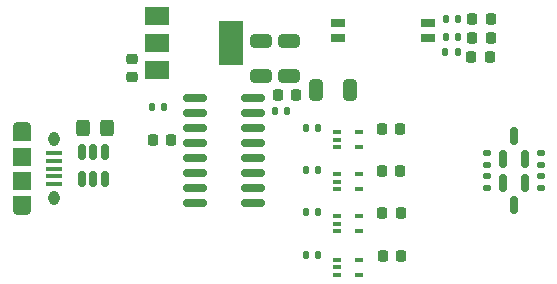
<source format=gbr>
%TF.GenerationSoftware,KiCad,Pcbnew,(6.0.9)*%
%TF.CreationDate,2022-11-09T13:04:19-08:00*%
%TF.ProjectId,esp32-prog,65737033-322d-4707-926f-672e6b696361,rev?*%
%TF.SameCoordinates,PX8f0d180PY2d4cae0*%
%TF.FileFunction,Paste,Top*%
%TF.FilePolarity,Positive*%
%FSLAX46Y46*%
G04 Gerber Fmt 4.6, Leading zero omitted, Abs format (unit mm)*
G04 Created by KiCad (PCBNEW (6.0.9)) date 2022-11-09 13:04:19*
%MOMM*%
%LPD*%
G01*
G04 APERTURE LIST*
G04 Aperture macros list*
%AMRoundRect*
0 Rectangle with rounded corners*
0 $1 Rounding radius*
0 $2 $3 $4 $5 $6 $7 $8 $9 X,Y pos of 4 corners*
0 Add a 4 corners polygon primitive as box body*
4,1,4,$2,$3,$4,$5,$6,$7,$8,$9,$2,$3,0*
0 Add four circle primitives for the rounded corners*
1,1,$1+$1,$2,$3*
1,1,$1+$1,$4,$5*
1,1,$1+$1,$6,$7*
1,1,$1+$1,$8,$9*
0 Add four rect primitives between the rounded corners*
20,1,$1+$1,$2,$3,$4,$5,0*
20,1,$1+$1,$4,$5,$6,$7,0*
20,1,$1+$1,$6,$7,$8,$9,0*
20,1,$1+$1,$8,$9,$2,$3,0*%
G04 Aperture macros list end*
%ADD10R,0.650000X0.400000*%
%ADD11RoundRect,0.250000X-0.325000X-0.650000X0.325000X-0.650000X0.325000X0.650000X-0.325000X0.650000X0*%
%ADD12RoundRect,0.250000X-0.325000X-0.450000X0.325000X-0.450000X0.325000X0.450000X-0.325000X0.450000X0*%
%ADD13RoundRect,0.225000X0.250000X-0.225000X0.250000X0.225000X-0.250000X0.225000X-0.250000X-0.225000X0*%
%ADD14RoundRect,0.135000X-0.185000X0.135000X-0.185000X-0.135000X0.185000X-0.135000X0.185000X0.135000X0*%
%ADD15R,1.270000X0.760000*%
%ADD16RoundRect,0.135000X-0.135000X-0.185000X0.135000X-0.185000X0.135000X0.185000X-0.135000X0.185000X0*%
%ADD17RoundRect,0.225000X-0.225000X-0.250000X0.225000X-0.250000X0.225000X0.250000X-0.225000X0.250000X0*%
%ADD18RoundRect,0.218750X0.218750X0.256250X-0.218750X0.256250X-0.218750X-0.256250X0.218750X-0.256250X0*%
%ADD19RoundRect,0.135000X0.185000X-0.135000X0.185000X0.135000X-0.185000X0.135000X-0.185000X-0.135000X0*%
%ADD20RoundRect,0.135000X0.135000X0.185000X-0.135000X0.185000X-0.135000X-0.185000X0.135000X-0.185000X0*%
%ADD21O,1.550000X0.890000*%
%ADD22O,0.950000X1.250000*%
%ADD23R,1.350000X0.400000*%
%ADD24R,1.550000X1.500000*%
%ADD25R,1.550000X1.200000*%
%ADD26RoundRect,0.250000X-0.650000X0.325000X-0.650000X-0.325000X0.650000X-0.325000X0.650000X0.325000X0*%
%ADD27RoundRect,0.150000X-0.150000X0.587500X-0.150000X-0.587500X0.150000X-0.587500X0.150000X0.587500X0*%
%ADD28RoundRect,0.150000X0.150000X-0.587500X0.150000X0.587500X-0.150000X0.587500X-0.150000X-0.587500X0*%
%ADD29R,2.000000X1.500000*%
%ADD30R,2.000000X3.800000*%
%ADD31RoundRect,0.150000X-0.825000X-0.150000X0.825000X-0.150000X0.825000X0.150000X-0.825000X0.150000X0*%
%ADD32RoundRect,0.150000X0.150000X-0.512500X0.150000X0.512500X-0.150000X0.512500X-0.150000X-0.512500X0*%
G04 APERTURE END LIST*
D10*
%TO.C,U6*%
X28076600Y-11889400D03*
X28076600Y-12539400D03*
X28076600Y-13189400D03*
X29976600Y-13189400D03*
X29976600Y-11889400D03*
%TD*%
%TO.C,U7*%
X28076600Y-22684400D03*
X28076600Y-23334400D03*
X28076600Y-23984400D03*
X29976600Y-23984400D03*
X29976600Y-22684400D03*
%TD*%
%TO.C,U5*%
X28076600Y-15445400D03*
X28076600Y-16095400D03*
X28076600Y-16745400D03*
X29976600Y-16745400D03*
X29976600Y-15445400D03*
%TD*%
%TO.C,U4*%
X28076600Y-19001400D03*
X28076600Y-19651400D03*
X28076600Y-20301400D03*
X29976600Y-20301400D03*
X29976600Y-19001400D03*
%TD*%
D11*
%TO.C,C5*%
X26272600Y-8367400D03*
X29222600Y-8367400D03*
%TD*%
D12*
%TO.C,L1*%
X6555000Y-11517000D03*
X8605000Y-11517000D03*
%TD*%
D13*
%TO.C,C1*%
X10702000Y-7237400D03*
X10702000Y-5687400D03*
%TD*%
D14*
%TO.C,R10*%
X40803200Y-13676000D03*
X40803200Y-14696000D03*
%TD*%
D15*
%TO.C,SW1*%
X28152200Y-2677800D03*
X28152200Y-3947800D03*
X35772200Y-3947800D03*
X35772200Y-2677800D03*
%TD*%
D16*
%TO.C,R2*%
X37320000Y-3840000D03*
X38340000Y-3840000D03*
%TD*%
D17*
%TO.C,C10*%
X31960000Y-22420000D03*
X33510000Y-22420000D03*
%TD*%
D18*
%TO.C,D3*%
X41045000Y-5571600D03*
X39470000Y-5571600D03*
%TD*%
D16*
%TO.C,R4*%
X37270000Y-5100000D03*
X38290000Y-5100000D03*
%TD*%
D19*
%TO.C,R12*%
X40777800Y-16626400D03*
X40777800Y-15606400D03*
%TD*%
D20*
%TO.C,R9*%
X26488600Y-11523400D03*
X25468600Y-11523400D03*
%TD*%
%TO.C,R6*%
X26488600Y-22318400D03*
X25468600Y-22318400D03*
%TD*%
%TO.C,R7*%
X26488600Y-18635400D03*
X25468600Y-18635400D03*
%TD*%
D21*
%TO.C,J1*%
X1454000Y-11500000D03*
D22*
X4154000Y-17500000D03*
X4154000Y-12500000D03*
D21*
X1454000Y-18500000D03*
D23*
X4154000Y-13700000D03*
X4154000Y-14350000D03*
X4154000Y-15000000D03*
X4154000Y-15650000D03*
X4154000Y-16300000D03*
D24*
X1454000Y-16000000D03*
D25*
X1454000Y-17900000D03*
D24*
X1454000Y-14000000D03*
D25*
X1454000Y-12100000D03*
%TD*%
D17*
%TO.C,C7*%
X31909200Y-11599600D03*
X33459200Y-11599600D03*
%TD*%
D26*
%TO.C,C2*%
X24037000Y-4174600D03*
X24037000Y-7124600D03*
%TD*%
D14*
%TO.C,R11*%
X45324400Y-13676000D03*
X45324400Y-14696000D03*
%TD*%
D27*
%TO.C,Q2*%
X44013800Y-16169500D03*
X42113800Y-16169500D03*
X43063800Y-18044500D03*
%TD*%
D17*
%TO.C,C9*%
X31934600Y-18711600D03*
X33484600Y-18711600D03*
%TD*%
D28*
%TO.C,Q1*%
X42113800Y-14132900D03*
X44013800Y-14132900D03*
X43063800Y-12257900D03*
%TD*%
D29*
%TO.C,U1*%
X12809800Y-2028800D03*
X12809800Y-4328800D03*
D30*
X19109800Y-4328800D03*
D29*
X12809800Y-6628800D03*
%TD*%
D18*
%TO.C,D2*%
X41097500Y-2340000D03*
X39522500Y-2340000D03*
%TD*%
D16*
%TO.C,R3*%
X37320000Y-2330000D03*
X38340000Y-2330000D03*
%TD*%
%TO.C,R5*%
X12410000Y-9800000D03*
X13430000Y-9800000D03*
%TD*%
D26*
%TO.C,C3*%
X21624000Y-4174600D03*
X21624000Y-7124600D03*
%TD*%
D17*
%TO.C,C8*%
X31909200Y-15155600D03*
X33459200Y-15155600D03*
%TD*%
D31*
%TO.C,U3*%
X16052400Y-9002400D03*
X16052400Y-10272400D03*
X16052400Y-11542400D03*
X16052400Y-12812400D03*
X16052400Y-14082400D03*
X16052400Y-15352400D03*
X16052400Y-16622400D03*
X16052400Y-17892400D03*
X21002400Y-17892400D03*
X21002400Y-16622400D03*
X21002400Y-15352400D03*
X21002400Y-14082400D03*
X21002400Y-12812400D03*
X21002400Y-11542400D03*
X21002400Y-10272400D03*
X21002400Y-9002400D03*
%TD*%
D17*
%TO.C,C6*%
X23074000Y-8748400D03*
X24624000Y-8748400D03*
%TD*%
D32*
%TO.C,U2*%
X6503000Y-15829500D03*
X7453000Y-15829500D03*
X8403000Y-15829500D03*
X8403000Y-13554500D03*
X7453000Y-13554500D03*
X6503000Y-13554500D03*
%TD*%
D20*
%TO.C,R1*%
X23838000Y-10120000D03*
X22818000Y-10120000D03*
%TD*%
D18*
%TO.C,D1*%
X41097500Y-3930000D03*
X39522500Y-3930000D03*
%TD*%
D17*
%TO.C,C4*%
X12469200Y-12533000D03*
X14019200Y-12533000D03*
%TD*%
D19*
%TO.C,R13*%
X45324400Y-16649800D03*
X45324400Y-15629800D03*
%TD*%
D20*
%TO.C,R8*%
X26488600Y-15079400D03*
X25468600Y-15079400D03*
%TD*%
M02*

</source>
